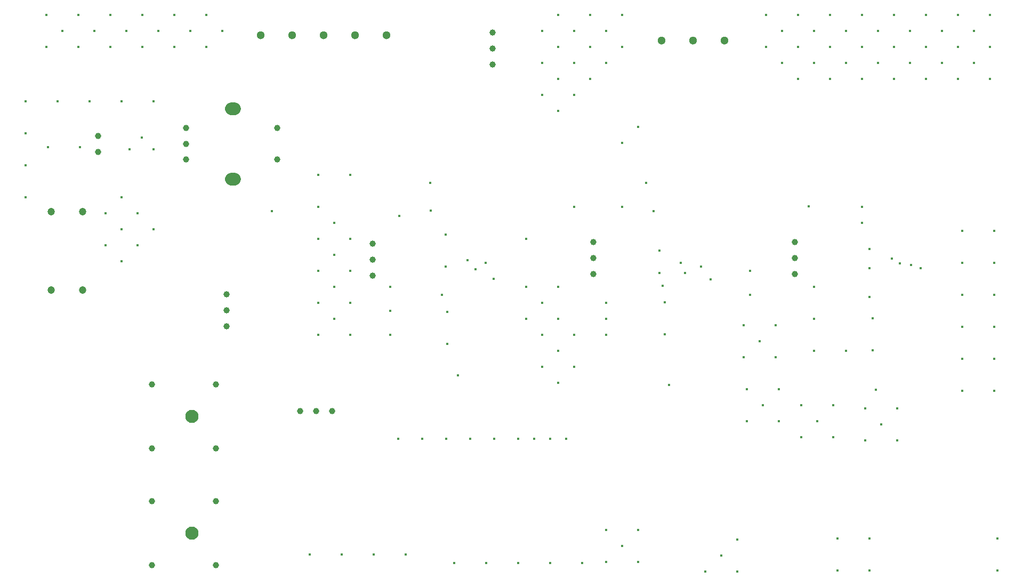
<source format=gbr>
%TF.GenerationSoftware,KiCad,Pcbnew,5.1.10*%
%TF.CreationDate,2021-11-15T11:07:05+01:00*%
%TF.ProjectId,PCB_BLDC,5043425f-424c-4444-932e-6b696361645f,V1*%
%TF.SameCoordinates,Original*%
%TF.FileFunction,Plated,1,2,PTH,Mixed*%
%TF.FilePolarity,Positive*%
%FSLAX46Y46*%
G04 Gerber Fmt 4.6, Leading zero omitted, Abs format (unit mm)*
G04 Created by KiCad (PCBNEW 5.1.10) date 2021-11-15 11:07:05*
%MOMM*%
%LPD*%
G01*
G04 APERTURE LIST*
%TA.AperFunction,ViaDrill*%
%ADD10C,0.400000*%
%TD*%
%TA.AperFunction,ComponentDrill*%
%ADD11C,1.000000*%
%TD*%
%TA.AperFunction,ComponentDrill*%
%ADD12C,1.200000*%
%TD*%
%TA.AperFunction,ComponentDrill*%
%ADD13C,1.300000*%
%TD*%
G04 aperture for slot hole*
%TA.AperFunction,ComponentDrill*%
%ADD14C,2.000000*%
%TD*%
%TA.AperFunction,ComponentDrill*%
%ADD15C,2.100000*%
%TD*%
G04 APERTURE END LIST*
D10*
X42418000Y-77216000D03*
X42418000Y-82296000D03*
X42418000Y-87376000D03*
X42418000Y-92456000D03*
X45720000Y-63500000D03*
X45720000Y-68580000D03*
X45958000Y-84496000D03*
X47498000Y-77216000D03*
X48260000Y-66040000D03*
X50800000Y-63500000D03*
X50800000Y-68580000D03*
X51038000Y-84496000D03*
X52578000Y-77216000D03*
X53340000Y-66040000D03*
X55118000Y-94996000D03*
X55118000Y-100076000D03*
X55880000Y-63500000D03*
X55880000Y-68580000D03*
X57658000Y-77216000D03*
X57658000Y-92456000D03*
X57658000Y-97536000D03*
X57658000Y-102616000D03*
X58420000Y-66040000D03*
X58928000Y-84836000D03*
X60198000Y-94996000D03*
X60198000Y-100076000D03*
X60833000Y-82931000D03*
X60960000Y-63500000D03*
X60960000Y-68580000D03*
X62738000Y-77216000D03*
X62738000Y-84836000D03*
X62738000Y-97536000D03*
X63500000Y-66040000D03*
X66040000Y-63500000D03*
X66040000Y-68580000D03*
X68580000Y-66040000D03*
X71120000Y-63500000D03*
X71120000Y-68580000D03*
X73660000Y-66040000D03*
X81518000Y-94656000D03*
X87579200Y-149148800D03*
X88900000Y-88900000D03*
X88900000Y-93980000D03*
X88900000Y-99060000D03*
X88900000Y-104140000D03*
X88900000Y-109220000D03*
X88900000Y-114300000D03*
X91440000Y-96520000D03*
X91440000Y-101600000D03*
X91440000Y-106680000D03*
X91440000Y-111760000D03*
X92659200Y-149148800D03*
X93980000Y-88900000D03*
X93980000Y-99060000D03*
X93980000Y-104140000D03*
X93980000Y-109220000D03*
X93980000Y-114300000D03*
X97739200Y-149148800D03*
X100330000Y-106680000D03*
X100330000Y-110490000D03*
X100330000Y-114300000D03*
X101600000Y-130810000D03*
X101727000Y-95377000D03*
X102819200Y-149148800D03*
X105410000Y-130810000D03*
X106680000Y-90170000D03*
X106743500Y-94551500D03*
X108534200Y-107899200D03*
X109169200Y-98374200D03*
X109169200Y-103454200D03*
X109220000Y-130810000D03*
X109347000Y-110617000D03*
X109347000Y-115697000D03*
X110490000Y-150495000D03*
X111074200Y-120726200D03*
X112598200Y-102438200D03*
X113030000Y-130810000D03*
X113868200Y-103835200D03*
X115519200Y-102819200D03*
X115570000Y-150495000D03*
X116789200Y-105359200D03*
X116840000Y-130810000D03*
X120650000Y-130810000D03*
X120650000Y-150495000D03*
X121920000Y-99060000D03*
X121920000Y-106680000D03*
X121920000Y-111760000D03*
X123190000Y-130810000D03*
X124460000Y-66040000D03*
X124460000Y-71120000D03*
X124460000Y-76200000D03*
X124460000Y-109220000D03*
X124460000Y-114300000D03*
X124460000Y-119380000D03*
X125730000Y-130810000D03*
X125730000Y-150495000D03*
X127000000Y-63500000D03*
X127000000Y-68580000D03*
X127000000Y-73660000D03*
X127000000Y-78740000D03*
X127000000Y-106680000D03*
X127000000Y-111760000D03*
X127000000Y-116840000D03*
X127000000Y-121920000D03*
X128270000Y-130810000D03*
X129540000Y-66040000D03*
X129540000Y-71120000D03*
X129540000Y-76200000D03*
X129540000Y-93980000D03*
X129540000Y-114300000D03*
X129540000Y-119380000D03*
X130810000Y-150495000D03*
X132080000Y-63500000D03*
X132080000Y-68580000D03*
X132080000Y-73660000D03*
X134620000Y-66040000D03*
X134620000Y-71120000D03*
X134620000Y-109220000D03*
X134620000Y-111760000D03*
X134620000Y-114300000D03*
X134620000Y-145288000D03*
X134620000Y-150368000D03*
X137160000Y-63500000D03*
X137160000Y-68580000D03*
X137160000Y-83820000D03*
X137160000Y-93980000D03*
X137160000Y-147828000D03*
X139700000Y-81280000D03*
X139700000Y-145288000D03*
X139700000Y-150368000D03*
X140970000Y-90170000D03*
X142122200Y-94624200D03*
X143078200Y-100914200D03*
X143078200Y-104470200D03*
X143586200Y-106502200D03*
X143891000Y-109093000D03*
X143891000Y-114173000D03*
X144602200Y-122250200D03*
X146507200Y-102819200D03*
X147142200Y-104470200D03*
X149682200Y-103454200D03*
X150368000Y-151892000D03*
X151206200Y-105486200D03*
X152908000Y-149352000D03*
X155448000Y-146812000D03*
X155448000Y-151892000D03*
X156464000Y-112776000D03*
X156464000Y-117856000D03*
X156972000Y-122936000D03*
X156972000Y-128016000D03*
X157480000Y-104140000D03*
X157480000Y-107950000D03*
X159004000Y-115316000D03*
X159512000Y-125476000D03*
X160020000Y-63500000D03*
X160020000Y-68580000D03*
X161544000Y-112776000D03*
X161544000Y-117856000D03*
X162052000Y-122936000D03*
X162052000Y-128016000D03*
X162560000Y-66040000D03*
X162560000Y-71120000D03*
X165100000Y-63500000D03*
X165100000Y-68580000D03*
X165100000Y-73660000D03*
X165608000Y-125476000D03*
X165608000Y-130556000D03*
X166751000Y-93853000D03*
X167640000Y-66040000D03*
X167640000Y-71120000D03*
X167640000Y-106680000D03*
X167640000Y-111760000D03*
X167640000Y-116840000D03*
X168148000Y-128016000D03*
X170180000Y-63500000D03*
X170180000Y-68580000D03*
X170180000Y-73660000D03*
X170688000Y-125476000D03*
X170688000Y-130556000D03*
X171399200Y-146608800D03*
X171399200Y-151688800D03*
X172720000Y-66040000D03*
X172720000Y-71120000D03*
X172720000Y-116840000D03*
X175260000Y-63500000D03*
X175260000Y-68580000D03*
X175260000Y-73660000D03*
X175260000Y-93980000D03*
X175260000Y-96520000D03*
X175768000Y-125984000D03*
X175768000Y-131064000D03*
X176479200Y-100660200D03*
X176479200Y-103708200D03*
X176479200Y-108280200D03*
X176479200Y-146608800D03*
X176479200Y-151688800D03*
X176911000Y-111633000D03*
X176911000Y-116713000D03*
X177495200Y-123012200D03*
X177800000Y-66040000D03*
X177800000Y-71120000D03*
X178308000Y-128524000D03*
X180035200Y-102184200D03*
X180340000Y-63500000D03*
X180340000Y-68580000D03*
X180340000Y-73660000D03*
X180848000Y-125984000D03*
X180848000Y-131064000D03*
X181305200Y-102946200D03*
X182880000Y-66040000D03*
X182880000Y-71120000D03*
X183083200Y-103200200D03*
X184607200Y-103708200D03*
X185420000Y-63500000D03*
X185420000Y-68580000D03*
X185420000Y-73660000D03*
X187960000Y-66040000D03*
X187960000Y-71120000D03*
X190500000Y-63500000D03*
X190500000Y-68580000D03*
X190500000Y-73660000D03*
X191211200Y-97739200D03*
X191211200Y-102819200D03*
X191211200Y-107899200D03*
X191211200Y-112979200D03*
X191211200Y-118059200D03*
X191211200Y-123139200D03*
X193040000Y-66040000D03*
X193040000Y-71120000D03*
X195580000Y-63500000D03*
X195580000Y-68580000D03*
X195580000Y-73660000D03*
X196291200Y-97739200D03*
X196291200Y-102819200D03*
X196291200Y-107899200D03*
X196291200Y-112979200D03*
X196291200Y-118059200D03*
X196291200Y-123139200D03*
X196799200Y-146608800D03*
X196799200Y-151688800D03*
D11*
%TO.C,J4*%
X53908200Y-82718000D03*
X53908200Y-85258000D03*
%TO.C,J1*%
X62484000Y-122174000D03*
X62484000Y-132334000D03*
%TO.C,J8*%
X62484000Y-140716000D03*
X62484000Y-150876000D03*
%TO.C,SW1*%
X67878200Y-81448000D03*
X67878200Y-83948000D03*
X67878200Y-86448000D03*
%TO.C,J1*%
X72644000Y-122174000D03*
X72644000Y-132334000D03*
%TO.C,J8*%
X72644000Y-140716000D03*
X72644000Y-150876000D03*
%TO.C,J9*%
X74304400Y-107813200D03*
X74304400Y-110353200D03*
X74304400Y-112893200D03*
%TO.C,SW1*%
X82378200Y-81448000D03*
X82378200Y-86448000D03*
%TO.C,U1*%
X85979000Y-126365000D03*
X88519000Y-126365000D03*
X91059000Y-126365000D03*
%TO.C,J5*%
X97536000Y-99822000D03*
X97536000Y-102362000D03*
X97536000Y-104902000D03*
%TO.C,J10*%
X116586000Y-66294000D03*
X116586000Y-68834000D03*
X116586000Y-71374000D03*
%TO.C,J6*%
X132588000Y-99568000D03*
X132588000Y-102108000D03*
X132588000Y-104648000D03*
%TO.C,J7*%
X164592000Y-99568000D03*
X164592000Y-102108000D03*
X164592000Y-104648000D03*
D12*
%TO.C,SW2*%
X46482000Y-94688000D03*
X46482000Y-107188000D03*
X51482000Y-94688000D03*
X51482000Y-107188000D03*
D13*
%TO.C,J3*%
X79720400Y-66700400D03*
X84720400Y-66700400D03*
X89720400Y-66700400D03*
X94720400Y-66700400D03*
X99720400Y-66700400D03*
%TO.C,J2*%
X143416000Y-67564000D03*
X148416000Y-67564000D03*
X153416000Y-67564000D03*
D14*
%TO.C,SW1*%
X75628200Y-78348000D02*
X75128200Y-78348000D01*
X75628200Y-89548000D02*
X75128200Y-89548000D01*
D15*
%TO.C,J1*%
X68834000Y-127254000D03*
%TO.C,J8*%
X68834000Y-145796000D03*
M02*

</source>
